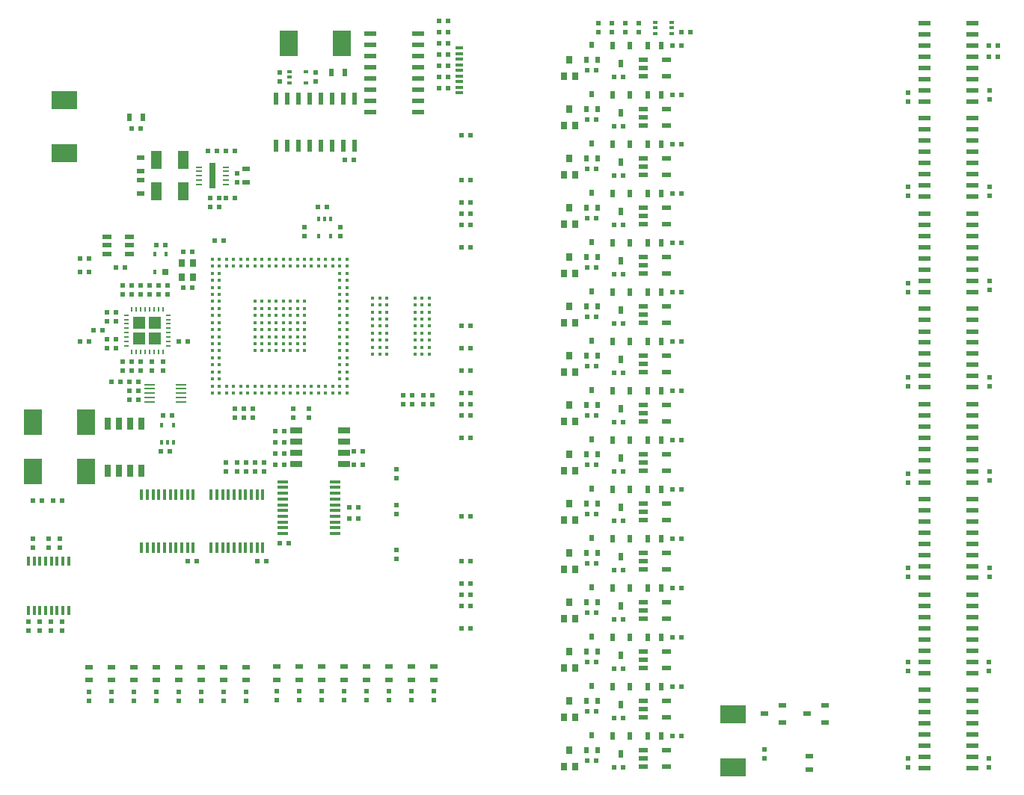
<source format=gtp>
G04 This is an RS-274x file exported by *
G04 gerbv version 2.4.0 *
G04 More information is available about gerbv at *
G04 http://gerbv.gpleda.org/ *
G04 --End of header info--*
%MOIN*%
%FSLAX23Y23*%
%IPPOS*%
G04 --Define apertures--*
%ADD10C,0.0010*%
%ADD11R,0.0197X0.0236*%
%ADD12R,0.0236X0.0197*%
%ADD13R,0.0236X0.0354*%
%ADD14R,0.0354X0.0236*%
%ADD15R,0.0492X0.0827*%
%ADD16C,0.1500*%
%ADD17R,0.0787X0.1181*%
%ADD18R,0.1181X0.0787*%
%ADD19R,0.0315X0.0354*%
%ADD20C,0.0157*%
%ADD21R,0.0472X0.0098*%
%ADD22R,0.0320X0.0130*%
%ADD23R,0.0315X0.0102*%
%ADD24R,0.0295X0.1181*%
%ADD25R,0.0236X0.0098*%
%ADD26R,0.0098X0.0236*%
%ADD27R,0.0551X0.0551*%
%ADD28R,0.0217X0.0295*%
%ADD29R,0.0165X0.0236*%
%ADD30R,0.0315X0.0276*%
%ADD31R,0.0157X0.0236*%
%ADD32R,0.0236X0.0157*%
%ADD33R,0.0551X0.0197*%
%ADD34R,0.0197X0.0551*%
%ADD35R,0.0276X0.0551*%
%ADD36R,0.0236X0.0335*%
%ADD37R,0.0335X0.0236*%
%ADD38R,0.0420X0.0236*%
%ADD39R,0.0138X0.0394*%
%ADD40R,0.0512X0.0138*%
%ADD41R,0.0138X0.0512*%
%ADD42R,0.0276X0.0354*%
%ADD43R,0.0551X0.0276*%
G04 --Start main section--*
G54D11*
G01X00090Y-1330D03*
G01X00050Y-1330D03*
G01X00090Y-1290D03*
G01X00050Y-1290D03*
G01X00010Y-1250D03*
G01X-0030Y-1250D03*
G01X00090Y-1250D03*
G01X00050Y-1250D03*
G01X00240Y-1400D03*
G01X00200Y-1400D03*
G01X-0380Y-1780D03*
G01X-0340Y-1780D03*
G01X-0290Y-1780D03*
G01X-0250Y-1780D03*
G01X00230Y-1560D03*
G01X00190Y-1560D03*
G01X02131Y-2718D03*
G01X02092Y-2718D03*
G01X02251Y-2748D03*
G01X02212Y-2748D03*
G01X02131Y-2278D03*
G01X02092Y-2278D03*
G01X02251Y-2308D03*
G01X02212Y-2308D03*
G01X02131Y-2498D03*
G01X02092Y-2498D03*
G01X02251Y-2528D03*
G01X02212Y-2528D03*
G01X02131Y-1618D03*
G01X02092Y-1618D03*
G01X02251Y-1648D03*
G01X02212Y-1648D03*
G01X02131Y-1838D03*
G01X02092Y-1838D03*
G01X02251Y-1868D03*
G01X02212Y-1868D03*
G01X02131Y-2058D03*
G01X02092Y-2058D03*
G01X02251Y-2088D03*
G01X02212Y-2088D03*
G01X02131Y-1398D03*
G01X02092Y-1398D03*
G01X02251Y-1428D03*
G01X02212Y-1428D03*
G01X02131Y-0738D03*
G01X02092Y-0738D03*
G01X02251Y-0768D03*
G01X02212Y-0768D03*
G01X02131Y-0518D03*
G01X02092Y-0518D03*
G01X02251Y-0548D03*
G01X02212Y-0548D03*
G01X02131Y-0958D03*
G01X02092Y-0958D03*
G01X02251Y-0988D03*
G01X02212Y-0988D03*
G01X02131Y-0078D03*
G01X02092Y-0078D03*
G01X02251Y-0108D03*
G01X02212Y-0108D03*
G01X02131Y-0298D03*
G01X02092Y-0298D03*
G01X02251Y-0328D03*
G01X02212Y-0328D03*
G01X02131Y-1178D03*
G01X02092Y-1178D03*
G01X02251Y-1208D03*
G01X02212Y-1208D03*
G01X02131Y00142D03*
G01X02092Y00142D03*
G01X02251Y00112D03*
G01X02212Y00112D03*
G01X02510Y00310D03*
G01X02550Y00310D03*
G54D12*
G01X02260Y00350D03*
G01X02260Y00310D03*
G01X03880Y-2930D03*
G01X03880Y-2970D03*
G01X03520Y-2930D03*
G01X03520Y-2970D03*
G01X02320Y00350D03*
G01X02320Y00310D03*
G01X02140Y00350D03*
G01X02140Y00310D03*
G01X02200Y00350D03*
G01X02200Y00310D03*
G01X03520Y-2500D03*
G01X03520Y-2540D03*
G01X03880Y-2500D03*
G01X03880Y-2540D03*
G01X03885Y-1650D03*
G01X03885Y-1690D03*
G01X03520Y-1660D03*
G01X03520Y-1700D03*
G01X03520Y-2080D03*
G01X03520Y-2120D03*
G01X03885Y-2080D03*
G01X03885Y-2120D03*
G01X03885Y-0380D03*
G01X03885Y-0420D03*
G01X03520Y-0380D03*
G01X03520Y-0420D03*
G01X03520Y00040D03*
G01X03520Y00000D03*
G01X03885Y00050D03*
G01X03885Y00010D03*
G01X03885Y-0800D03*
G01X03885Y-0840D03*
G01X03520Y-0810D03*
G01X03520Y-0850D03*
G01X03520Y-1230D03*
G01X03520Y-1270D03*
G01X03885Y-1230D03*
G01X03885Y-1270D03*
G54D11*
G01X03920Y00250D03*
G01X03880Y00250D03*
G01X03920Y00200D03*
G01X03880Y00200D03*
G54D12*
G01X02880Y-2890D03*
G01X02880Y-2930D03*
G54D11*
G01X01470Y00060D03*
G01X01430Y00060D03*
G54D12*
G01X00720Y00090D03*
G01X00720Y00130D03*
G01X00880Y00130D03*
G01X00880Y00090D03*
G54D11*
G01X00100Y-0120D03*
G01X00060Y-0120D03*
G01X01470Y00110D03*
G01X01430Y00110D03*
G01X01470Y00160D03*
G01X01430Y00160D03*
G01X01470Y00210D03*
G01X01430Y00210D03*
G01X01430Y00310D03*
G01X01470Y00310D03*
G01X01470Y00360D03*
G01X01430Y00360D03*
G01X01470Y00260D03*
G01X01430Y00260D03*
G01X00210Y-0640D03*
G01X00170Y-0640D03*
G54D12*
G01X01240Y-1800D03*
G01X01240Y-1840D03*
G01X01240Y-2040D03*
G01X01240Y-2000D03*
G01X01240Y-1640D03*
G01X01240Y-1680D03*
G54D11*
G01X00440Y-0220D03*
G01X00400Y-0220D03*
G01X00520Y-0220D03*
G01X00480Y-0220D03*
G01X00410Y-0430D03*
G01X00450Y-0430D03*
G01X00480Y-0430D03*
G01X00520Y-0430D03*
G01X00450Y-0470D03*
G01X00410Y-0470D03*
G54D12*
G01X00530Y-0320D03*
G01X00530Y-0360D03*
G54D11*
G01X00030Y-0740D03*
G01X-0010Y-0740D03*
G54D12*
G01X00569Y-2671D03*
G01X00569Y-2631D03*
G01X00469Y-2671D03*
G01X00469Y-2631D03*
G01X00369Y-2671D03*
G01X00369Y-2631D03*
G01X00269Y-2671D03*
G01X00269Y-2631D03*
G01X-0400Y-2360D03*
G01X-0400Y-2320D03*
G01X-0250Y-2320D03*
G01X-0250Y-2360D03*
G01X-0380Y-1950D03*
G01X-0380Y-1990D03*
G01X-0350Y-2320D03*
G01X-0350Y-2360D03*
G01X-0300Y-2320D03*
G01X-0300Y-2360D03*
G01X00169Y-2671D03*
G01X00169Y-2631D03*
G01X00069Y-2671D03*
G01X00069Y-2631D03*
G01X-0031Y-2671D03*
G01X-0031Y-2631D03*
G01X-0131Y-2671D03*
G01X-0131Y-2631D03*
G54D11*
G01X00760Y-1970D03*
G01X00720Y-1970D03*
G01X00310Y-2050D03*
G01X00350Y-2050D03*
G01X00740Y-1520D03*
G01X00700Y-1520D03*
G01X00740Y-1470D03*
G01X00700Y-1470D03*
G01X00740Y-1570D03*
G01X00700Y-1570D03*
G01X00620Y-2050D03*
G01X00660Y-2050D03*
G54D12*
G01X00708Y-2669D03*
G01X00708Y-2630D03*
G01X00808Y-2669D03*
G01X00808Y-2630D03*
G01X00908Y-2669D03*
G01X00908Y-2630D03*
G01X01008Y-2669D03*
G01X01008Y-2630D03*
G01X01108Y-2669D03*
G01X01108Y-2630D03*
G01X01208Y-2669D03*
G01X01208Y-2630D03*
G01X01308Y-2669D03*
G01X01308Y-2630D03*
G01X01408Y-2669D03*
G01X01408Y-2630D03*
G01X-0310Y-1990D03*
G01X-0310Y-1950D03*
G01X-0260Y-1990D03*
G01X-0260Y-1950D03*
G01X00830Y-0600D03*
G01X00830Y-0560D03*
G54D11*
G01X00470Y-0620D03*
G01X00430Y-0620D03*
G54D12*
G01X00100Y-1160D03*
G01X00100Y-1200D03*
G01X00060Y-1160D03*
G01X00060Y-1200D03*
G01X00020Y-1160D03*
G01X00020Y-1200D03*
G54D11*
G01X00270Y-1070D03*
G01X00310Y-1070D03*
G01X-0010Y-1100D03*
G01X-0050Y-1100D03*
G54D12*
G01X00150Y-1160D03*
G01X00150Y-1200D03*
G54D11*
G01X-0010Y-1060D03*
G01X-0050Y-1060D03*
G54D12*
G01X00200Y-1160D03*
G01X00200Y-1200D03*
G54D11*
G01X-0010Y-0980D03*
G01X-0050Y-0980D03*
G01X-0010Y-0940D03*
G01X-0050Y-0940D03*
G54D12*
G01X00020Y-0860D03*
G01X00020Y-0820D03*
G54D11*
G01X-0130Y-0760D03*
G01X-0170Y-0760D03*
G01X-0130Y-0700D03*
G01X-0170Y-0700D03*
G01X-0130Y-1070D03*
G01X-0170Y-1070D03*
G54D12*
G01X00220Y-0820D03*
G01X00220Y-0860D03*
G54D11*
G01X-0110Y-1020D03*
G01X-0070Y-1020D03*
G54D12*
G01X00100Y-0860D03*
G01X00100Y-0820D03*
G01X00060Y-0860D03*
G01X00060Y-0820D03*
G01X00180Y-0860D03*
G01X00180Y-0820D03*
G01X00140Y-0860D03*
G01X00140Y-0820D03*
G54D11*
G01X00330Y-0670D03*
G01X00290Y-0670D03*
G01X00290Y-0830D03*
G01X00330Y-0830D03*
G01X01400Y-1310D03*
G01X01360Y-1310D03*
G01X01270Y-1310D03*
G01X01310Y-1310D03*
G01X01400Y-1350D03*
G01X01360Y-1350D03*
G01X01270Y-1350D03*
G01X01310Y-1350D03*
G01X01570Y-0150D03*
G01X01530Y-0150D03*
G01X01570Y-1100D03*
G01X01530Y-1100D03*
G01X01570Y-0350D03*
G01X01530Y-0350D03*
G01X01570Y-0650D03*
G01X01530Y-0650D03*
G54D12*
G01X00850Y-1410D03*
G01X00850Y-1370D03*
G01X00780Y-1410D03*
G01X00780Y-1370D03*
G54D11*
G01X00930Y-0470D03*
G01X00890Y-0470D03*
G54D12*
G01X00990Y-0560D03*
G01X00990Y-0600D03*
G54D11*
G01X01570Y-1500D03*
G01X01530Y-1500D03*
G01X01570Y-1000D03*
G01X01530Y-1000D03*
G01X01570Y-1850D03*
G01X01530Y-1850D03*
G01X01570Y-2350D03*
G01X01530Y-2350D03*
G01X01570Y-1200D03*
G01X01530Y-1200D03*
G01X01570Y-2050D03*
G01X01530Y-2050D03*
G01X01570Y-2150D03*
G01X01530Y-2150D03*
G01X01570Y-1300D03*
G01X01530Y-1300D03*
G01X01570Y-0450D03*
G01X01530Y-0450D03*
G01X01050Y-1620D03*
G01X01090Y-1620D03*
G01X01050Y-1560D03*
G01X01090Y-1560D03*
G01X00740Y-1620D03*
G01X00700Y-1620D03*
G01X01030Y-1810D03*
G01X01070Y-1810D03*
G54D12*
G01X00650Y-1610D03*
G01X00650Y-1650D03*
G01X00610Y-1610D03*
G01X00610Y-1650D03*
G01X00570Y-1610D03*
G01X00570Y-1650D03*
G01X00530Y-1610D03*
G01X00530Y-1650D03*
G01X00600Y-1370D03*
G01X00600Y-1410D03*
G01X00480Y-1610D03*
G01X00480Y-1650D03*
G01X00560Y-1370D03*
G01X00560Y-1410D03*
G01X00520Y-1370D03*
G01X00520Y-1410D03*
G54D13*
G01X02421Y-2608D03*
G01X02362Y-2608D03*
G01X02421Y-2168D03*
G01X02362Y-2168D03*
G01X02421Y-2388D03*
G01X02362Y-2388D03*
G01X02421Y-1508D03*
G01X02362Y-1508D03*
G01X02421Y-1728D03*
G01X02362Y-1728D03*
G01X02421Y-1948D03*
G01X02362Y-1948D03*
G01X02421Y-1288D03*
G01X02362Y-1288D03*
G01X02421Y-0628D03*
G01X02362Y-0628D03*
G01X02421Y-0408D03*
G01X02362Y-0408D03*
G01X02421Y-0848D03*
G01X02362Y-0848D03*
G01X02421Y00032D03*
G01X02362Y00032D03*
G01X02421Y-0188D03*
G01X02362Y-0188D03*
G01X02421Y-1068D03*
G01X02362Y-1068D03*
G01X02421Y00252D03*
G01X02362Y00252D03*
G54D14*
G01X03080Y-2979D03*
G01X03080Y-2920D03*
G54D13*
G01X00951Y00130D03*
G01X01010Y00130D03*
G01X00051Y-0070D03*
G01X00110Y-0070D03*
G54D14*
G01X00100Y-0350D03*
G01X00100Y-0409D03*
G01X00100Y-0309D03*
G01X00100Y-0250D03*
G01X00570Y-0359D03*
G01X00570Y-0300D03*
G01X00569Y-2521D03*
G01X00569Y-2580D03*
G01X00469Y-2521D03*
G01X00469Y-2580D03*
G01X00369Y-2521D03*
G01X00369Y-2580D03*
G01X00269Y-2521D03*
G01X00269Y-2580D03*
G01X00169Y-2521D03*
G01X00169Y-2580D03*
G01X00069Y-2521D03*
G01X00069Y-2580D03*
G01X-0031Y-2521D03*
G01X-0031Y-2580D03*
G01X-0131Y-2521D03*
G01X-0131Y-2580D03*
G01X00708Y-2520D03*
G01X00708Y-2579D03*
G01X00808Y-2520D03*
G01X00808Y-2579D03*
G01X00908Y-2520D03*
G01X00908Y-2579D03*
G01X01008Y-2520D03*
G01X01008Y-2579D03*
G01X01108Y-2520D03*
G01X01108Y-2579D03*
G01X01208Y-2520D03*
G01X01208Y-2579D03*
G01X01308Y-2520D03*
G01X01308Y-2579D03*
G01X01408Y-2520D03*
G01X01408Y-2579D03*
G54D15*
G01X00290Y-0400D03*
G01X00170Y-0400D03*
G01X00290Y-0260D03*
G01X00170Y-0260D03*
G54D17*
G01X-0378Y-1430D03*
G01X-0142Y-1430D03*
G01X-0378Y-1650D03*
G01X-0142Y-1650D03*
G54D18*
G01X02740Y-2968D03*
G01X02740Y-2732D03*
G54D17*
G01X00762Y00260D03*
G01X00998Y00260D03*
G54D18*
G01X-0240Y-0228D03*
G01X-0240Y00008D03*
G54D19*
G01X00335Y-0782D03*
G01X00335Y-0717D03*
G01X00285Y-0717D03*
G01X00285Y-0782D03*
G54D20*
G01X00421Y-1299D03*
G01X00421Y-1268D03*
G01X00421Y-1236D03*
G01X00421Y-1205D03*
G01X00421Y-1173D03*
G01X00421Y-1142D03*
G01X00421Y-1110D03*
G01X00421Y-1079D03*
G01X00421Y-1047D03*
G01X00421Y-1016D03*
G01X00421Y-0984D03*
G01X00421Y-0953D03*
G01X00421Y-0921D03*
G01X00421Y-0890D03*
G01X00421Y-0858D03*
G01X00421Y-0827D03*
G01X00421Y-0795D03*
G01X00421Y-0764D03*
G01X00421Y-0732D03*
G01X00421Y-0701D03*
G01X00452Y-1299D03*
G01X00452Y-1268D03*
G01X00452Y-1236D03*
G01X00452Y-1205D03*
G01X00452Y-1173D03*
G01X00452Y-1142D03*
G01X00452Y-1110D03*
G01X00452Y-1079D03*
G01X00452Y-1047D03*
G01X00452Y-1016D03*
G01X00452Y-0984D03*
G01X00452Y-0953D03*
G01X00452Y-0921D03*
G01X00452Y-0890D03*
G01X00452Y-0858D03*
G01X00452Y-0827D03*
G01X00452Y-0795D03*
G01X00452Y-0764D03*
G01X00452Y-0732D03*
G01X00452Y-0701D03*
G01X00484Y-1299D03*
G01X00484Y-1268D03*
G01X00484Y-0732D03*
G01X00484Y-0701D03*
G01X00515Y-1299D03*
G01X00515Y-1268D03*
G01X00515Y-0732D03*
G01X00515Y-0701D03*
G01X00547Y-1299D03*
G01X00547Y-1268D03*
G01X00547Y-0732D03*
G01X00547Y-0701D03*
G01X00578Y-1299D03*
G01X00578Y-1268D03*
G01X00578Y-0732D03*
G01X00578Y-0701D03*
G01X00610Y-1299D03*
G01X00610Y-1268D03*
G01X00610Y-1110D03*
G01X00610Y-1079D03*
G01X00610Y-1047D03*
G01X00610Y-1016D03*
G01X00610Y-0984D03*
G01X00610Y-0953D03*
G01X00610Y-0921D03*
G01X00610Y-0890D03*
G01X00610Y-0732D03*
G01X00610Y-0701D03*
G01X00641Y-1299D03*
G01X00641Y-1268D03*
G01X00641Y-1110D03*
G01X00641Y-1079D03*
G01X00641Y-1047D03*
G01X00641Y-1016D03*
G01X00641Y-0984D03*
G01X00641Y-0953D03*
G01X00641Y-0921D03*
G01X00641Y-0890D03*
G01X00641Y-0732D03*
G01X00641Y-0701D03*
G01X00673Y-1299D03*
G01X00673Y-1268D03*
G01X00673Y-1110D03*
G01X00673Y-1079D03*
G01X00673Y-1047D03*
G01X00673Y-1016D03*
G01X00673Y-0984D03*
G01X00673Y-0953D03*
G01X00673Y-0921D03*
G01X00673Y-0890D03*
G01X00673Y-0732D03*
G01X00673Y-0701D03*
G01X00704Y-1299D03*
G01X00704Y-1268D03*
G01X00704Y-1110D03*
G01X00704Y-1079D03*
G01X00704Y-1047D03*
G01X00704Y-1016D03*
G01X00704Y-0984D03*
G01X00704Y-0953D03*
G01X00704Y-0921D03*
G01X00704Y-0890D03*
G01X00704Y-0732D03*
G01X00704Y-0701D03*
G01X00736Y-1299D03*
G01X00736Y-1268D03*
G01X00736Y-1110D03*
G01X00736Y-1079D03*
G01X00736Y-1047D03*
G01X00736Y-1016D03*
G01X00736Y-0984D03*
G01X00736Y-0953D03*
G01X00736Y-0921D03*
G01X00736Y-0890D03*
G01X00736Y-0732D03*
G01X00736Y-0701D03*
G01X00767Y-1299D03*
G01X00767Y-1268D03*
G01X00767Y-1110D03*
G01X00767Y-1079D03*
G01X00767Y-1047D03*
G01X00767Y-1016D03*
G01X00767Y-0984D03*
G01X00767Y-0953D03*
G01X00767Y-0921D03*
G01X00767Y-0890D03*
G01X00767Y-0732D03*
G01X00767Y-0701D03*
G01X00799Y-1299D03*
G01X00799Y-1268D03*
G01X00799Y-1110D03*
G01X00799Y-1079D03*
G01X00799Y-1047D03*
G01X00799Y-1016D03*
G01X00799Y-0984D03*
G01X00799Y-0953D03*
G01X00799Y-0921D03*
G01X00799Y-0890D03*
G01X00799Y-0732D03*
G01X00799Y-0701D03*
G01X00830Y-1299D03*
G01X00830Y-1268D03*
G01X00830Y-1110D03*
G01X00830Y-1079D03*
G01X00830Y-1047D03*
G01X00830Y-1016D03*
G01X00830Y-0984D03*
G01X00830Y-0953D03*
G01X00830Y-0921D03*
G01X00830Y-0890D03*
G01X00830Y-0732D03*
G01X00830Y-0701D03*
G01X00862Y-1299D03*
G01X00862Y-1268D03*
G01X00862Y-0732D03*
G01X00862Y-0701D03*
G01X00893Y-1299D03*
G01X00893Y-1268D03*
G01X00893Y-0732D03*
G01X00893Y-0701D03*
G01X00925Y-1299D03*
G01X00925Y-1268D03*
G01X00925Y-0732D03*
G01X00925Y-0701D03*
G01X00956Y-1299D03*
G01X00956Y-1268D03*
G01X00956Y-0732D03*
G01X00956Y-0701D03*
G01X00988Y-1299D03*
G01X00988Y-1268D03*
G01X00988Y-0732D03*
G01X00988Y-0701D03*
G01X01019Y-1299D03*
G01X01019Y-1268D03*
G01X01019Y-1236D03*
G01X01019Y-1205D03*
G01X01019Y-1173D03*
G01X01019Y-1142D03*
G01X01019Y-1110D03*
G01X01019Y-1079D03*
G01X01019Y-1047D03*
G01X01019Y-1016D03*
G01X01019Y-0984D03*
G01X01019Y-0953D03*
G01X01019Y-0921D03*
G01X01019Y-0890D03*
G01X01019Y-0858D03*
G01X01019Y-0827D03*
G01X01019Y-0795D03*
G01X01019Y-0764D03*
G01X01019Y-0732D03*
G01X01019Y-0701D03*
G01X00988Y-1236D03*
G01X00988Y-1205D03*
G01X00988Y-1173D03*
G01X00988Y-1142D03*
G01X00988Y-1110D03*
G01X00988Y-1079D03*
G01X00988Y-1047D03*
G01X00988Y-1016D03*
G01X00988Y-0984D03*
G01X00988Y-0953D03*
G01X00988Y-0921D03*
G01X00988Y-0890D03*
G01X00988Y-0858D03*
G01X00988Y-0827D03*
G01X00988Y-0795D03*
G01X00988Y-0764D03*
G54D21*
G01X00141Y-1261D03*
G01X00141Y-1280D03*
G01X00141Y-1300D03*
G01X00141Y-1320D03*
G01X00141Y-1339D03*
G01X00279Y-1339D03*
G01X00279Y-1320D03*
G01X00279Y-1300D03*
G01X00279Y-1280D03*
G01X00279Y-1261D03*
G54D22*
G01X01520Y00040D03*
G01X01520Y00065D03*
G01X01520Y00090D03*
G01X01520Y00115D03*
G01X01520Y00140D03*
G01X01520Y00165D03*
G01X01520Y00190D03*
G01X01520Y00215D03*
G01X01520Y00240D03*
G54D23*
G01X00479Y-0369D03*
G01X00479Y-0350D03*
G01X00479Y-0330D03*
G01X00479Y-0310D03*
G01X00479Y-0291D03*
G01X00361Y-0291D03*
G01X00361Y-0310D03*
G01X00361Y-0330D03*
G01X00361Y-0350D03*
G01X00361Y-0369D03*
G54D24*
G01X00420Y-0330D03*
G54D25*
G01X00036Y-0951D03*
G01X00036Y-0971D03*
G01X00036Y-0990D03*
G01X00036Y-1010D03*
G01X00036Y-1030D03*
G01X00036Y-1049D03*
G01X00036Y-1069D03*
G01X00036Y-1089D03*
G01X00225Y-1089D03*
G01X00225Y-1069D03*
G01X00225Y-1049D03*
G01X00225Y-1030D03*
G01X00225Y-1010D03*
G01X00225Y-0990D03*
G01X00225Y-0971D03*
G01X00225Y-0951D03*
G54D26*
G01X00061Y-1114D03*
G01X00081Y-1114D03*
G01X00101Y-1114D03*
G01X00120Y-1114D03*
G01X00140Y-1114D03*
G01X00160Y-1114D03*
G01X00179Y-1114D03*
G01X00199Y-1114D03*
G01X00199Y-0925D03*
G01X00179Y-0925D03*
G01X00160Y-0925D03*
G01X00140Y-0925D03*
G01X00120Y-0925D03*
G01X00101Y-0925D03*
G01X00081Y-0925D03*
G01X00061Y-0925D03*
G54D27*
G01X00095Y-0985D03*
G01X00095Y-1055D03*
G01X00165Y-1055D03*
G01X00165Y-0985D03*
G54D28*
G01X02086Y-2672D03*
G01X02137Y-2672D03*
G01X02112Y-2605D03*
G01X02086Y-2232D03*
G01X02137Y-2232D03*
G01X02112Y-2165D03*
G01X02086Y-2452D03*
G01X02137Y-2452D03*
G01X02112Y-2385D03*
G01X02086Y-1572D03*
G01X02137Y-1572D03*
G01X02112Y-1505D03*
G01X02086Y-1792D03*
G01X02137Y-1792D03*
G01X02112Y-1725D03*
G01X02086Y-2012D03*
G01X02137Y-2012D03*
G01X02112Y-1945D03*
G01X02086Y-1352D03*
G01X02137Y-1352D03*
G01X02112Y-1285D03*
G01X02086Y-0692D03*
G01X02137Y-0692D03*
G01X02112Y-0625D03*
G01X02086Y-0472D03*
G01X02137Y-0472D03*
G01X02112Y-0405D03*
G01X02086Y-0912D03*
G01X02137Y-0912D03*
G01X02112Y-0845D03*
G01X02086Y-0032D03*
G01X02137Y-0032D03*
G01X02112Y00035D03*
G01X02086Y-0252D03*
G01X02137Y-0252D03*
G01X02112Y-0185D03*
G01X02086Y-1132D03*
G01X02137Y-1132D03*
G01X02112Y-1065D03*
G01X02086Y00188D03*
G01X02137Y00188D03*
G01X02112Y00255D03*
G54D29*
G01X00164Y-0758D03*
G54D30*
G01X00209Y-0758D03*
G54D29*
G01X00215Y-0680D03*
G01X00164Y-0680D03*
G54D31*
G01X00194Y-1517D03*
G01X00220Y-1517D03*
G01X00246Y-1517D03*
G01X00246Y-1443D03*
G01X00194Y-1443D03*
G54D32*
G01X00763Y00136D03*
G01X00763Y00110D03*
G01X00763Y00084D03*
G01X00837Y00084D03*
G01X00837Y00136D03*
G54D31*
G01X00946Y-0523D03*
G01X00920Y-0523D03*
G01X00894Y-0523D03*
G01X00894Y-0597D03*
G01X00946Y-0597D03*
G54D32*
G01X02467Y00304D03*
G01X02467Y00330D03*
G01X02467Y00356D03*
G01X02393Y00356D03*
G01X02393Y00330D03*
G01X02393Y00304D03*
G54D33*
G01X03808Y-2973D03*
G01X03808Y-2923D03*
G01X03808Y-2873D03*
G01X03808Y-2823D03*
G01X03808Y-2773D03*
G01X03808Y-2723D03*
G01X03808Y-2673D03*
G01X03808Y-2623D03*
G01X03595Y-2623D03*
G01X03595Y-2673D03*
G01X03595Y-2723D03*
G01X03595Y-2773D03*
G01X03595Y-2823D03*
G01X03595Y-2873D03*
G01X03595Y-2923D03*
G01X03595Y-2973D03*
G01X03808Y-2548D03*
G01X03808Y-2498D03*
G01X03808Y-2448D03*
G01X03808Y-2398D03*
G01X03808Y-2348D03*
G01X03808Y-2298D03*
G01X03808Y-2248D03*
G01X03808Y-2198D03*
G01X03595Y-2198D03*
G01X03595Y-2248D03*
G01X03595Y-2298D03*
G01X03595Y-2348D03*
G01X03595Y-2398D03*
G01X03595Y-2448D03*
G01X03595Y-2498D03*
G01X03595Y-2548D03*
G01X03808Y-1698D03*
G01X03808Y-1648D03*
G01X03808Y-1598D03*
G01X03808Y-1548D03*
G01X03808Y-1498D03*
G01X03808Y-1448D03*
G01X03808Y-1398D03*
G01X03808Y-1348D03*
G01X03595Y-1348D03*
G01X03595Y-1398D03*
G01X03595Y-1448D03*
G01X03595Y-1498D03*
G01X03595Y-1548D03*
G01X03595Y-1598D03*
G01X03595Y-1648D03*
G01X03595Y-1698D03*
G01X03808Y-2123D03*
G01X03808Y-2073D03*
G01X03808Y-2023D03*
G01X03808Y-1973D03*
G01X03808Y-1923D03*
G01X03808Y-1873D03*
G01X03808Y-1823D03*
G01X03808Y-1773D03*
G01X03595Y-1773D03*
G01X03595Y-1823D03*
G01X03595Y-1873D03*
G01X03595Y-1923D03*
G01X03595Y-1973D03*
G01X03595Y-2023D03*
G01X03595Y-2073D03*
G01X03595Y-2123D03*
G01X03808Y-0423D03*
G01X03808Y-0373D03*
G01X03808Y-0323D03*
G01X03808Y-0273D03*
G01X03808Y-0223D03*
G01X03808Y-0173D03*
G01X03808Y-0123D03*
G01X03808Y-0073D03*
G01X03595Y-0073D03*
G01X03595Y-0123D03*
G01X03595Y-0173D03*
G01X03595Y-0223D03*
G01X03595Y-0273D03*
G01X03595Y-0323D03*
G01X03595Y-0373D03*
G01X03595Y-0423D03*
G01X03808Y00002D03*
G01X03808Y00052D03*
G01X03808Y00102D03*
G01X03808Y00152D03*
G01X03808Y00202D03*
G01X03808Y00252D03*
G01X03808Y00302D03*
G01X03808Y00352D03*
G01X03595Y00352D03*
G01X03595Y00302D03*
G01X03595Y00252D03*
G01X03595Y00202D03*
G01X03595Y00152D03*
G01X03595Y00102D03*
G01X03595Y00052D03*
G01X03595Y00002D03*
G01X03808Y-0848D03*
G01X03808Y-0798D03*
G01X03808Y-0748D03*
G01X03808Y-0698D03*
G01X03808Y-0648D03*
G01X03808Y-0598D03*
G01X03808Y-0548D03*
G01X03808Y-0498D03*
G01X03595Y-0498D03*
G01X03595Y-0548D03*
G01X03595Y-0598D03*
G01X03595Y-0648D03*
G01X03595Y-0698D03*
G01X03595Y-0748D03*
G01X03595Y-0798D03*
G01X03595Y-0848D03*
G01X03808Y-1273D03*
G01X03808Y-1223D03*
G01X03808Y-1173D03*
G01X03808Y-1123D03*
G01X03808Y-1073D03*
G01X03808Y-1024D03*
G01X03808Y-0973D03*
G01X03808Y-0923D03*
G01X03595Y-0923D03*
G01X03595Y-0973D03*
G01X03595Y-1024D03*
G01X03595Y-1073D03*
G01X03595Y-1123D03*
G01X03595Y-1173D03*
G01X03595Y-1223D03*
G01X03595Y-1273D03*
G54D34*
G01X01055Y00016D03*
G01X01005Y00016D03*
G01X00955Y00016D03*
G01X00905Y00016D03*
G01X00855Y00016D03*
G01X00805Y00016D03*
G01X00755Y00016D03*
G01X00705Y00016D03*
G01X00705Y-0196D03*
G01X00755Y-0196D03*
G01X00805Y-0196D03*
G01X00855Y-0196D03*
G01X00905Y-0196D03*
G01X00955Y-0196D03*
G01X01005Y-0196D03*
G01X01055Y-0196D03*
G54D33*
G01X01336Y-0045D03*
G01X01336Y00005D03*
G01X01336Y00055D03*
G01X01336Y00105D03*
G01X01336Y00155D03*
G01X01336Y00205D03*
G01X01336Y00255D03*
G01X01336Y00305D03*
G01X01124Y00305D03*
G01X01124Y00255D03*
G01X01124Y00205D03*
G01X01124Y00155D03*
G01X01124Y00105D03*
G01X01124Y00055D03*
G01X01124Y00005D03*
G01X01124Y-0045D03*
G54D35*
G01X00105Y-1434D03*
G01X00055Y-1434D03*
G01X00005Y-1434D03*
G01X-0045Y-1434D03*
G01X-0045Y-1646D03*
G01X00005Y-1646D03*
G01X00055Y-1646D03*
G01X00105Y-1646D03*
G54D36*
G01X02242Y-2690D03*
G01X02279Y-2607D03*
G01X02204Y-2607D03*
G01X02242Y-2250D03*
G01X02279Y-2167D03*
G01X02204Y-2167D03*
G01X02242Y-2470D03*
G01X02279Y-2387D03*
G01X02204Y-2387D03*
G01X02242Y-1590D03*
G01X02279Y-1507D03*
G01X02204Y-1507D03*
G01X02242Y-1810D03*
G01X02279Y-1727D03*
G01X02204Y-1727D03*
G01X02242Y-2030D03*
G01X02279Y-1947D03*
G01X02204Y-1947D03*
G01X02242Y-1370D03*
G01X02279Y-1287D03*
G01X02204Y-1287D03*
G01X02242Y-0710D03*
G01X02279Y-0627D03*
G01X02204Y-0627D03*
G01X02242Y-0490D03*
G01X02279Y-0407D03*
G01X02204Y-0407D03*
G01X02242Y-0930D03*
G01X02279Y-0847D03*
G01X02204Y-0847D03*
G01X02242Y-0050D03*
G01X02279Y00033D03*
G01X02204Y00033D03*
G01X02242Y-0270D03*
G01X02279Y-0187D03*
G01X02204Y-0187D03*
G01X02242Y-1150D03*
G01X02279Y-1067D03*
G01X02204Y-1067D03*
G01X02242Y00170D03*
G01X02279Y00253D03*
G01X02204Y00253D03*
G54D37*
G01X03069Y-2730D03*
G01X03151Y-2767D03*
G01X03151Y-2693D03*
G01X02879Y-2730D03*
G01X02961Y-2767D03*
G01X02961Y-2693D03*
G54D38*
G01X02341Y-2671D03*
G01X02342Y-2708D03*
G01X02341Y-2746D03*
G01X02443Y-2746D03*
G01X02443Y-2671D03*
G01X02341Y-2231D03*
G01X02342Y-2268D03*
G01X02341Y-2306D03*
G01X02443Y-2306D03*
G01X02443Y-2231D03*
G01X02341Y-2451D03*
G01X02342Y-2488D03*
G01X02341Y-2526D03*
G01X02443Y-2526D03*
G01X02443Y-2451D03*
G01X02341Y-1571D03*
G01X02342Y-1608D03*
G01X02341Y-1646D03*
G01X02443Y-1646D03*
G01X02443Y-1571D03*
G01X02341Y-1791D03*
G01X02342Y-1828D03*
G01X02341Y-1866D03*
G01X02443Y-1866D03*
G01X02443Y-1791D03*
G01X02341Y-2011D03*
G01X02342Y-2048D03*
G01X02341Y-2086D03*
G01X02443Y-2086D03*
G01X02443Y-2011D03*
G01X02341Y-1351D03*
G01X02342Y-1388D03*
G01X02341Y-1426D03*
G01X02443Y-1426D03*
G01X02443Y-1351D03*
G01X02341Y-0691D03*
G01X02342Y-0728D03*
G01X02341Y-0766D03*
G01X02443Y-0766D03*
G01X02443Y-0691D03*
G01X02341Y-0471D03*
G01X02342Y-0508D03*
G01X02341Y-0546D03*
G01X02443Y-0546D03*
G01X02443Y-0471D03*
G01X02341Y-0911D03*
G01X02342Y-0948D03*
G01X02341Y-0986D03*
G01X02443Y-0986D03*
G01X02443Y-0911D03*
G01X02341Y-0031D03*
G01X02342Y-0068D03*
G01X02341Y-0106D03*
G01X02443Y-0106D03*
G01X02443Y-0031D03*
G01X02341Y-0251D03*
G01X02342Y-0288D03*
G01X02341Y-0326D03*
G01X02443Y-0326D03*
G01X02443Y-0251D03*
G01X02341Y-1131D03*
G01X02342Y-1168D03*
G01X02341Y-1206D03*
G01X02443Y-1206D03*
G01X02443Y-1131D03*
G01X02341Y00189D03*
G01X02342Y00152D03*
G01X02341Y00114D03*
G01X02443Y00114D03*
G01X02443Y00189D03*
G01X00051Y-0677D03*
G01X00051Y-0640D03*
G01X00051Y-0603D03*
G01X-0051Y-0603D03*
G01X-0051Y-0640D03*
G01X-0051Y-0677D03*
G54D39*
G01X-0323Y-2270D03*
G01X-0297Y-2270D03*
G01X-0272Y-2270D03*
G01X-0246Y-2270D03*
G01X-0220Y-2270D03*
G01X-0220Y-2050D03*
G01X-0246Y-2050D03*
G01X-0272Y-2050D03*
G01X-0297Y-2050D03*
G01X-0323Y-2050D03*
G01X-0348Y-2050D03*
G01X-0374Y-2050D03*
G01X-0400Y-2050D03*
G01X-0348Y-2270D03*
G01X-0374Y-2270D03*
G01X-0400Y-2270D03*
G54D40*
G01X00967Y-1925D03*
G01X00967Y-1900D03*
G01X00967Y-1874D03*
G01X00967Y-1848D03*
G01X00967Y-1823D03*
G01X00967Y-1797D03*
G01X00967Y-1772D03*
G01X00967Y-1746D03*
G01X00967Y-1720D03*
G01X00967Y-1695D03*
G01X00733Y-1695D03*
G01X00733Y-1720D03*
G01X00733Y-1746D03*
G01X00733Y-1772D03*
G01X00733Y-1797D03*
G01X00733Y-1823D03*
G01X00733Y-1848D03*
G01X00733Y-1874D03*
G01X00733Y-1900D03*
G01X00733Y-1925D03*
G54D41*
G01X00335Y-1753D03*
G01X00310Y-1753D03*
G01X00284Y-1753D03*
G01X00258Y-1753D03*
G01X00233Y-1753D03*
G01X00207Y-1753D03*
G01X00182Y-1753D03*
G01X00156Y-1753D03*
G01X00130Y-1753D03*
G01X00105Y-1753D03*
G01X00105Y-1987D03*
G01X00130Y-1987D03*
G01X00156Y-1987D03*
G01X00182Y-1987D03*
G01X00207Y-1987D03*
G01X00233Y-1987D03*
G01X00258Y-1987D03*
G01X00284Y-1987D03*
G01X00310Y-1987D03*
G01X00335Y-1987D03*
G01X00645Y-1753D03*
G01X00620Y-1753D03*
G01X00594Y-1753D03*
G01X00568Y-1753D03*
G01X00543Y-1753D03*
G01X00517Y-1753D03*
G01X00492Y-1753D03*
G01X00466Y-1753D03*
G01X00440Y-1753D03*
G01X00415Y-1753D03*
G01X00415Y-1987D03*
G01X00440Y-1987D03*
G01X00466Y-1987D03*
G01X00492Y-1987D03*
G01X00517Y-1987D03*
G01X00543Y-1987D03*
G01X00568Y-1987D03*
G01X00594Y-1987D03*
G01X00620Y-1987D03*
G01X00645Y-1987D03*
G54D20*
G01X01386Y-1126D03*
G01X01355Y-1126D03*
G01X01323Y-1126D03*
G01X01197Y-1126D03*
G01X01166Y-1126D03*
G01X01134Y-1126D03*
G01X01386Y-1094D03*
G01X01355Y-1094D03*
G01X01323Y-1094D03*
G01X01197Y-1094D03*
G01X01166Y-1094D03*
G01X01134Y-1094D03*
G01X01386Y-1063D03*
G01X01355Y-1063D03*
G01X01323Y-1063D03*
G01X01197Y-1063D03*
G01X01166Y-1063D03*
G01X01134Y-1063D03*
G01X01386Y-1031D03*
G01X01355Y-1031D03*
G01X01323Y-1031D03*
G01X01197Y-1031D03*
G01X01166Y-1031D03*
G01X01134Y-1031D03*
G01X01386Y-1000D03*
G01X01355Y-1000D03*
G01X01323Y-1000D03*
G01X01197Y-1000D03*
G01X01166Y-1000D03*
G01X01134Y-1000D03*
G01X01386Y-0968D03*
G01X01355Y-0968D03*
G01X01323Y-0968D03*
G01X01197Y-0968D03*
G01X01166Y-0968D03*
G01X01134Y-0968D03*
G01X01386Y-0937D03*
G01X01355Y-0937D03*
G01X01323Y-0937D03*
G01X01197Y-0937D03*
G01X01166Y-0937D03*
G01X01134Y-0937D03*
G01X01386Y-0905D03*
G01X01355Y-0905D03*
G01X01323Y-0905D03*
G01X01197Y-0905D03*
G01X01166Y-0905D03*
G01X01134Y-0905D03*
G01X01386Y-0874D03*
G01X01355Y-0874D03*
G01X01323Y-0874D03*
G01X01197Y-0874D03*
G01X01166Y-0874D03*
G01X01134Y-0874D03*
G54D42*
G01X01986Y-2746D03*
G01X02037Y-2746D03*
G01X02012Y-2671D03*
G01X01986Y-2306D03*
G01X02037Y-2306D03*
G01X02012Y-2231D03*
G01X01986Y-2526D03*
G01X02037Y-2526D03*
G01X02012Y-2451D03*
G01X01986Y-1646D03*
G01X02037Y-1646D03*
G01X02012Y-1571D03*
G01X01986Y-1866D03*
G01X02037Y-1866D03*
G01X02012Y-1791D03*
G01X01986Y-2086D03*
G01X02037Y-2086D03*
G01X02012Y-2011D03*
G01X01986Y-1426D03*
G01X02037Y-1426D03*
G01X02012Y-1351D03*
G01X01986Y-0766D03*
G01X02037Y-0766D03*
G01X02012Y-0691D03*
G01X01986Y-0546D03*
G01X02037Y-0546D03*
G01X02012Y-0471D03*
G01X01986Y-0986D03*
G01X02037Y-0986D03*
G01X02012Y-0911D03*
G01X01986Y-0106D03*
G01X02037Y-0106D03*
G01X02012Y-0031D03*
G01X01986Y-0326D03*
G01X02037Y-0326D03*
G01X02012Y-0251D03*
G01X01986Y-1206D03*
G01X02037Y-1206D03*
G01X02012Y-1131D03*
G01X01986Y00114D03*
G01X02037Y00114D03*
G01X02012Y00189D03*
G54D11*
G01X02511Y-2608D03*
G01X02472Y-2608D03*
G01X02511Y-2168D03*
G01X02472Y-2168D03*
G01X02511Y-2388D03*
G01X02472Y-2388D03*
G01X02511Y-1508D03*
G01X02472Y-1508D03*
G01X02511Y-1728D03*
G01X02472Y-1728D03*
G01X02511Y-1948D03*
G01X02472Y-1948D03*
G01X02511Y-1288D03*
G01X02472Y-1288D03*
G01X02511Y-0628D03*
G01X02472Y-0628D03*
G01X02511Y-0408D03*
G01X02472Y-0408D03*
G01X02511Y-0848D03*
G01X02472Y-0848D03*
G01X02511Y00032D03*
G01X02472Y00032D03*
G01X02511Y-0188D03*
G01X02472Y-0188D03*
G01X02511Y-1068D03*
G01X02472Y-1068D03*
G01X02511Y00252D03*
G01X02472Y00252D03*
G54D38*
G01X02341Y-2891D03*
G01X02342Y-2928D03*
G01X02341Y-2966D03*
G01X02443Y-2966D03*
G01X02443Y-2891D03*
G54D13*
G01X02421Y-2828D03*
G01X02362Y-2828D03*
G54D36*
G01X02242Y-2910D03*
G01X02279Y-2827D03*
G01X02204Y-2827D03*
G54D11*
G01X02131Y-2938D03*
G01X02092Y-2938D03*
G54D28*
G01X02086Y-2892D03*
G01X02137Y-2892D03*
G01X02112Y-2825D03*
G54D42*
G01X01986Y-2966D03*
G01X02037Y-2966D03*
G01X02012Y-2891D03*
G54D11*
G01X02251Y-2968D03*
G01X02212Y-2968D03*
G01X02511Y-2828D03*
G01X02472Y-2828D03*
G54D43*
G01X00794Y-1465D03*
G01X00794Y-1515D03*
G01X00794Y-1565D03*
G01X00794Y-1615D03*
G01X01006Y-1615D03*
G01X01006Y-1565D03*
G01X01006Y-1515D03*
G01X01006Y-1465D03*
G54D11*
G01X01570Y-0500D03*
G01X01530Y-0500D03*
G01X01530Y-0550D03*
G01X01570Y-0550D03*
G01X01570Y-1350D03*
G01X01530Y-1350D03*
G01X01530Y-1400D03*
G01X01570Y-1400D03*
G01X01570Y-2200D03*
G01X01530Y-2200D03*
G01X01530Y-2250D03*
G01X01570Y-2250D03*
G01X01070Y-1860D03*
G01X01030Y-1860D03*
G01X01050Y-0260D03*
G01X01010Y-0260D03*
M02*

</source>
